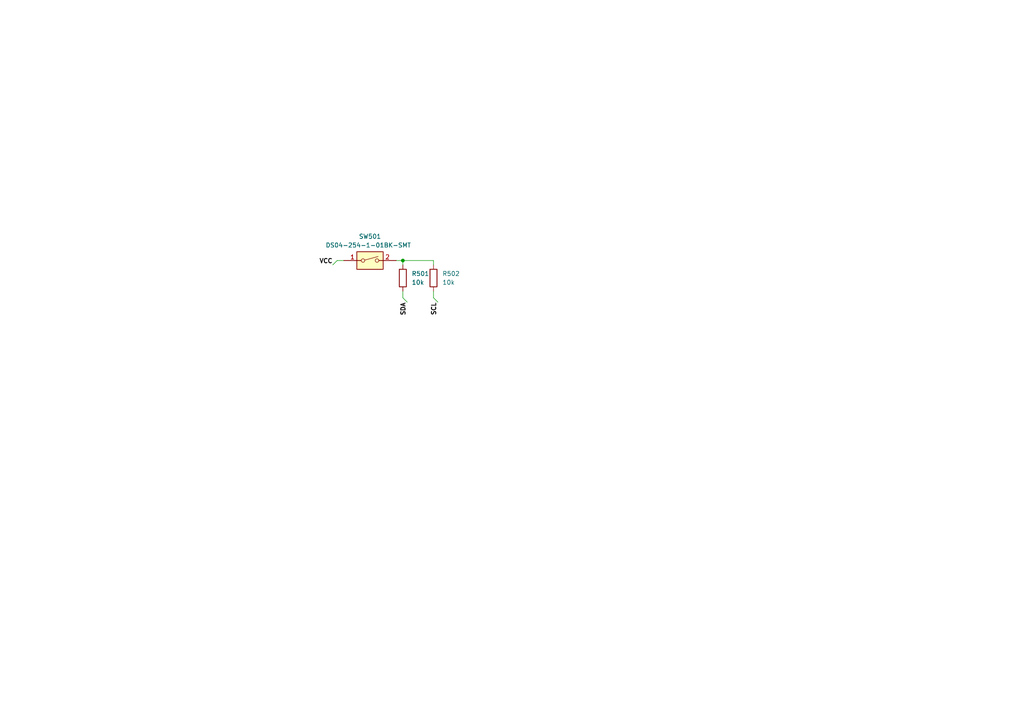
<source format=kicad_sch>
(kicad_sch (version 20211123) (generator eeschema)
  (paper "A4")
  (title_block (title "CanSat 2023") (company "The Project Skyfall"))
  (lib_symbols
    (symbol "Device:R" (pin_numbers hide) (pin_names (offset 0))
      (property "Reference" "R" (at 2.032 0 90))
      (property "Value" "R" (at 0 0 90))
      (symbol "R_0_1"
        (rectangle (start -1.016 -2.54) (end 1.016 2.54) (stroke (width 0.254)))
      )
      (symbol "R_1_1"
        (pin passive line (at 0 3.81 270) (length 1.27) (name "~") (number "1"))
        (pin passive line (at 0 -3.81 90) (length 1.27) (name "~") (number "2"))
      )
    )
    (symbol "Switch:SW_DIP_x01" (pin_names (offset 0) hide)
      (property "Reference" "SW" (at 0 3.81 0))
      (property "Value" "SW_DIP_x01" (at 0 -3.81 0))
      (symbol "SW_DIP_x01_0_0"
        (circle (center -2.032 0) (radius 0.508))
        (polyline (pts (xy -1.524 0.127) (xy 2.3622 1.1684)))
        (circle (center 2.032 0) (radius 0.508))
      )
      (symbol "SW_DIP_x01_0_1"
        (rectangle (start -3.81 2.54) (end 3.81 -2.54) (stroke (width 0.254)) (fill (type background)))
      )
      (symbol "SW_DIP_x01_1_1"
        (pin passive line (at -7.62 0 0) (length 5.08) (name "~") (number "1"))
        (pin passive line (at 7.62 0 180) (length 5.08) (name "~") (number "2"))
      )
    )
  )
  (junction (at 116.84 75.565))
  (wire (pts (xy 125.73 76.835) (xy 125.73 75.565)))
  (wire (pts (xy 99.695 75.565) (xy 97.79 75.565)))
  (wire (pts (xy 116.84 86.36) (xy 118.11 87.63)))
  (wire (pts (xy 125.73 84.455) (xy 125.73 86.36)))
  (wire (pts (xy 116.84 76.835) (xy 116.84 75.565)))
  (wire (pts (xy 96.52 76.835) (xy 97.79 75.565)))
  (wire (pts (xy 125.73 86.36) (xy 127 87.63)))
  (wire (pts (xy 116.84 84.455) (xy 116.84 86.36)))
  (wire (pts (xy 125.73 75.565) (xy 116.84 75.565)))
  (wire (pts (xy 114.935 75.565) (xy 116.84 75.565)))
  (label "VCC" (at 96.52 76.835 180) (effects (font (thickness 0.254) bold)))
  (label "SCL" (at 127 87.63 270) (effects (font bold)))
  (label "SDA" (at 118.11 87.63 270) (effects (font bold)))
  (symbol (lib_id "Device:R") (at 125.73 80.645 0) (unit 1)
    (property "Reference" "R502" (at 128.27 79.3749 0) (effects (justify left)))
    (property "Value" "10k" (at 128.27 81.9149 0) (effects (justify left)))
    (property "Footprint" "Resistor_SMD:R_0402_1005Metric" (effects hide))
  )
  (symbol (lib_id "Switch:SW_DIP_x01") (at 107.315 75.565 0) (unit 1)
    (property "Reference" "SW501" (at 107.315 68.58 0))
    (property "Value" "DS04-254-1-01BK-SMT " (at 107.315 71.12 0))
    (property "Footprint" "Button_Switch_SMD:SW_DIP_SPSTx01_Slide_Omron_A6S-110x_W8.9mm_P2.54mm" (effects hide))
    (property "Shop" "https://cz.mouser.com/ProductDetail/CUI-Devices/DS04-254-1-03BK-SMT?qs=wnTfsH77Xs6AM9RonXx4xg%3D%3D" (effects hide))
  )
  (symbol (lib_id "Device:R") (at 116.84 80.645 0) (unit 1)
    (property "Reference" "R501" (at 119.38 79.3749 0) (effects (justify left)))
    (property "Value" "10k" (at 119.38 81.9149 0) (effects (justify left)))
    (property "Footprint" "Resistor_SMD:R_0402_1005Metric" (effects hide))
  )
)
</source>
